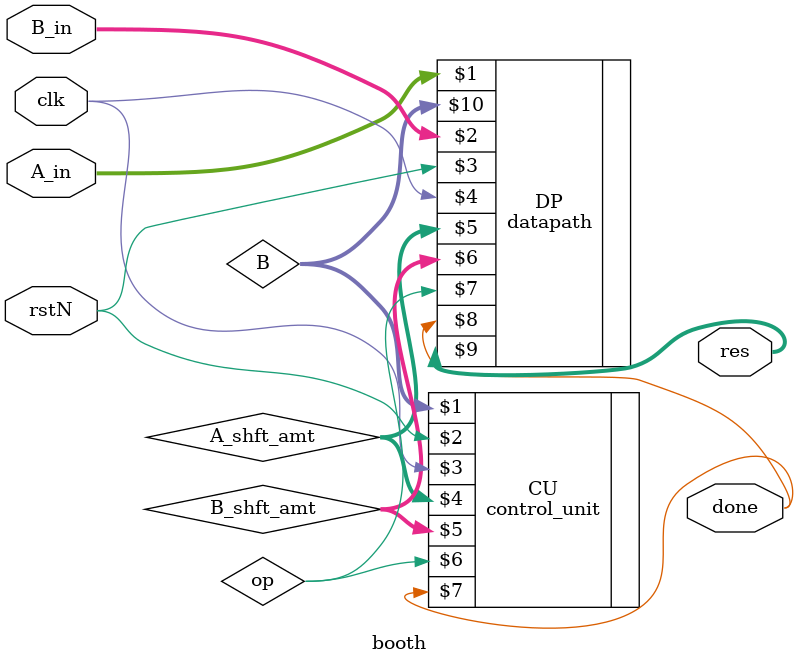
<source format=v>
module booth (
    input   [3:0]   A_in,
    input   [3:0]   B_in,
    input           rstN,
    input           clk,
    output  [7:0]   res,
    output          done
);

wire [2:0]  A_shft_amt;
wire [2:0]  B_shft_amt;
wire [3:0]  B;

control_unit CU (B, rstN, clk, A_shft_amt, B_shft_amt, op, done);
datapath DP (A_in, B_in, rstN, clk, A_shft_amt, B_shft_amt, op, done, res, B);

endmodule

</source>
